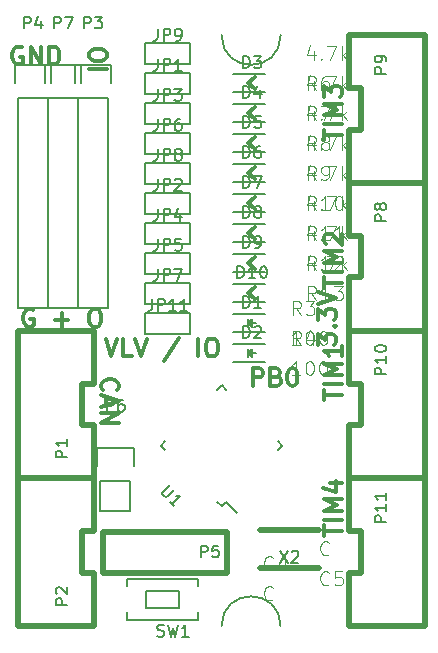
<source format=gbr>
G04 #@! TF.FileFunction,Legend,Top*
%FSLAX46Y46*%
G04 Gerber Fmt 4.6, Leading zero omitted, Abs format (unit mm)*
G04 Created by KiCad (PCBNEW 4.0.4-stable) date 11/06/16 21:46:29*
%MOMM*%
%LPD*%
G01*
G04 APERTURE LIST*
%ADD10C,0.100000*%
%ADD11C,0.300000*%
%ADD12C,0.200000*%
%ADD13C,0.500000*%
%ADD14C,0.150000*%
%ADD15C,0.101600*%
G04 APERTURE END LIST*
D10*
D11*
X26178571Y-42357143D02*
X26178571Y-41500000D01*
X27678571Y-41928571D02*
X26178571Y-41928571D01*
X27678571Y-41000000D02*
X26178571Y-41000000D01*
X27678571Y-40285714D02*
X26178571Y-40285714D01*
X27250000Y-39785714D01*
X26178571Y-39285714D01*
X27678571Y-39285714D01*
X26678571Y-37928571D02*
X27678571Y-37928571D01*
X26107143Y-38285714D02*
X27178571Y-38642857D01*
X27178571Y-37714285D01*
X26178571Y-30857143D02*
X26178571Y-30000000D01*
X27678571Y-30428571D02*
X26178571Y-30428571D01*
X27678571Y-29500000D02*
X26178571Y-29500000D01*
X27678571Y-28785714D02*
X26178571Y-28785714D01*
X27250000Y-28285714D01*
X26178571Y-27785714D01*
X27678571Y-27785714D01*
X27678571Y-26285714D02*
X27678571Y-27142857D01*
X27678571Y-26714285D02*
X26178571Y-26714285D01*
X26392857Y-26857142D01*
X26535714Y-27000000D01*
X26607143Y-27142857D01*
X26178571Y-21357143D02*
X26178571Y-20500000D01*
X27678571Y-20928571D02*
X26178571Y-20928571D01*
X27678571Y-20000000D02*
X26178571Y-20000000D01*
X27678571Y-19285714D02*
X26178571Y-19285714D01*
X27250000Y-18785714D01*
X26178571Y-18285714D01*
X27678571Y-18285714D01*
X26321429Y-17642857D02*
X26250000Y-17571428D01*
X26178571Y-17428571D01*
X26178571Y-17071428D01*
X26250000Y-16928571D01*
X26321429Y-16857142D01*
X26464286Y-16785714D01*
X26607143Y-16785714D01*
X26821429Y-16857142D01*
X27678571Y-17714285D01*
X27678571Y-16785714D01*
X26178571Y-8857143D02*
X26178571Y-8000000D01*
X27678571Y-8428571D02*
X26178571Y-8428571D01*
X27678571Y-7500000D02*
X26178571Y-7500000D01*
X27678571Y-6785714D02*
X26178571Y-6785714D01*
X27250000Y-6285714D01*
X26178571Y-5785714D01*
X27678571Y-5785714D01*
X26178571Y-5214285D02*
X26178571Y-4285714D01*
X26750000Y-4785714D01*
X26750000Y-4571428D01*
X26821429Y-4428571D01*
X26892857Y-4357142D01*
X27035714Y-4285714D01*
X27392857Y-4285714D01*
X27535714Y-4357142D01*
X27607143Y-4428571D01*
X27678571Y-4571428D01*
X27678571Y-5000000D01*
X27607143Y-5142857D01*
X27535714Y-5214285D01*
X1535714Y-23250000D02*
X1392857Y-23178571D01*
X1178571Y-23178571D01*
X964286Y-23250000D01*
X821428Y-23392857D01*
X750000Y-23535714D01*
X678571Y-23821429D01*
X678571Y-24035714D01*
X750000Y-24321429D01*
X821428Y-24464286D01*
X964286Y-24607143D01*
X1178571Y-24678571D01*
X1321428Y-24678571D01*
X1535714Y-24607143D01*
X1607143Y-24535714D01*
X1607143Y-24035714D01*
X1321428Y-24035714D01*
X3392857Y-24107143D02*
X4535714Y-24107143D01*
X3964285Y-24678571D02*
X3964285Y-23535714D01*
X6678571Y-23178571D02*
X6964285Y-23178571D01*
X7107143Y-23250000D01*
X7250000Y-23392857D01*
X7321428Y-23678571D01*
X7321428Y-24178571D01*
X7250000Y-24464286D01*
X7107143Y-24607143D01*
X6964285Y-24678571D01*
X6678571Y-24678571D01*
X6535714Y-24607143D01*
X6392857Y-24464286D01*
X6321428Y-24178571D01*
X6321428Y-23678571D01*
X6392857Y-23392857D01*
X6535714Y-23250000D01*
X6678571Y-23178571D01*
X7464286Y-30035715D02*
X7392857Y-29964286D01*
X7321429Y-29750000D01*
X7321429Y-29607143D01*
X7392857Y-29392858D01*
X7535714Y-29250000D01*
X7678571Y-29178572D01*
X7964286Y-29107143D01*
X8178571Y-29107143D01*
X8464286Y-29178572D01*
X8607143Y-29250000D01*
X8750000Y-29392858D01*
X8821429Y-29607143D01*
X8821429Y-29750000D01*
X8750000Y-29964286D01*
X8678571Y-30035715D01*
X7750000Y-30607143D02*
X7750000Y-31321429D01*
X7321429Y-30464286D02*
X8821429Y-30964286D01*
X7321429Y-31464286D01*
X7321429Y-31964286D02*
X8821429Y-31964286D01*
X7321429Y-32821429D01*
X8821429Y-32821429D01*
X20142858Y-29678571D02*
X20142858Y-28178571D01*
X20714286Y-28178571D01*
X20857144Y-28250000D01*
X20928572Y-28321429D01*
X21000001Y-28464286D01*
X21000001Y-28678571D01*
X20928572Y-28821429D01*
X20857144Y-28892857D01*
X20714286Y-28964286D01*
X20142858Y-28964286D01*
X22142858Y-28892857D02*
X22357144Y-28964286D01*
X22428572Y-29035714D01*
X22500001Y-29178571D01*
X22500001Y-29392857D01*
X22428572Y-29535714D01*
X22357144Y-29607143D01*
X22214286Y-29678571D01*
X21642858Y-29678571D01*
X21642858Y-28178571D01*
X22142858Y-28178571D01*
X22285715Y-28250000D01*
X22357144Y-28321429D01*
X22428572Y-28464286D01*
X22428572Y-28607143D01*
X22357144Y-28750000D01*
X22285715Y-28821429D01*
X22142858Y-28892857D01*
X21642858Y-28892857D01*
X23428572Y-28178571D02*
X23571429Y-28178571D01*
X23714286Y-28250000D01*
X23785715Y-28321429D01*
X23857144Y-28464286D01*
X23928572Y-28750000D01*
X23928572Y-29107143D01*
X23857144Y-29392857D01*
X23785715Y-29535714D01*
X23714286Y-29607143D01*
X23571429Y-29678571D01*
X23428572Y-29678571D01*
X23285715Y-29607143D01*
X23214286Y-29535714D01*
X23142858Y-29392857D01*
X23071429Y-29107143D01*
X23071429Y-28750000D01*
X23142858Y-28464286D01*
X23214286Y-28321429D01*
X23285715Y-28250000D01*
X23428572Y-28178571D01*
X25678571Y-26214285D02*
X25678571Y-25285714D01*
X26250000Y-25785714D01*
X26250000Y-25571428D01*
X26321429Y-25428571D01*
X26392857Y-25357142D01*
X26535714Y-25285714D01*
X26892857Y-25285714D01*
X27035714Y-25357142D01*
X27107143Y-25428571D01*
X27178571Y-25571428D01*
X27178571Y-26000000D01*
X27107143Y-26142857D01*
X27035714Y-26214285D01*
X27035714Y-24642857D02*
X27107143Y-24571429D01*
X27178571Y-24642857D01*
X27107143Y-24714286D01*
X27035714Y-24642857D01*
X27178571Y-24642857D01*
X25678571Y-24071428D02*
X25678571Y-23142857D01*
X26250000Y-23642857D01*
X26250000Y-23428571D01*
X26321429Y-23285714D01*
X26392857Y-23214285D01*
X26535714Y-23142857D01*
X26892857Y-23142857D01*
X27035714Y-23214285D01*
X27107143Y-23285714D01*
X27178571Y-23428571D01*
X27178571Y-23857143D01*
X27107143Y-24000000D01*
X27035714Y-24071428D01*
X25678571Y-22714286D02*
X27178571Y-22214286D01*
X25678571Y-21714286D01*
X7678571Y-25678571D02*
X8178571Y-27178571D01*
X8678571Y-25678571D01*
X9892857Y-27178571D02*
X9178571Y-27178571D01*
X9178571Y-25678571D01*
X10178571Y-25678571D02*
X10678571Y-27178571D01*
X11178571Y-25678571D01*
X13892856Y-25607143D02*
X12607142Y-27535714D01*
X15535714Y-27178571D02*
X15535714Y-25678571D01*
X16535714Y-25678571D02*
X16821428Y-25678571D01*
X16964286Y-25750000D01*
X17107143Y-25892857D01*
X17178571Y-26178571D01*
X17178571Y-26678571D01*
X17107143Y-26964286D01*
X16964286Y-27107143D01*
X16821428Y-27178571D01*
X16535714Y-27178571D01*
X16392857Y-27107143D01*
X16250000Y-26964286D01*
X16178571Y-26678571D01*
X16178571Y-26178571D01*
X16250000Y-25892857D01*
X16392857Y-25750000D01*
X16535714Y-25678571D01*
D12*
X17500000Y0D02*
G75*
G03X22500000Y0I2500000J0D01*
G01*
X22500000Y-50000000D02*
G75*
G03X17500000Y-50000000I-2500000J0D01*
G01*
D11*
X7790571Y-2817714D02*
X6290571Y-2817714D01*
X6290571Y-1817714D02*
X6290571Y-1532000D01*
X6362000Y-1389142D01*
X6504857Y-1246285D01*
X6790571Y-1174857D01*
X7290571Y-1174857D01*
X7576286Y-1246285D01*
X7719143Y-1389142D01*
X7790571Y-1532000D01*
X7790571Y-1817714D01*
X7719143Y-1960571D01*
X7576286Y-2103428D01*
X7290571Y-2174857D01*
X6790571Y-2174857D01*
X6504857Y-2103428D01*
X6362000Y-1960571D01*
X6290571Y-1817714D01*
X635143Y-1028000D02*
X492286Y-956571D01*
X278000Y-956571D01*
X63715Y-1028000D01*
X-79143Y-1170857D01*
X-150571Y-1313714D01*
X-222000Y-1599429D01*
X-222000Y-1813714D01*
X-150571Y-2099429D01*
X-79143Y-2242286D01*
X63715Y-2385143D01*
X278000Y-2456571D01*
X420857Y-2456571D01*
X635143Y-2385143D01*
X706572Y-2313714D01*
X706572Y-1813714D01*
X420857Y-1813714D01*
X1349429Y-2456571D02*
X1349429Y-956571D01*
X2206572Y-2456571D01*
X2206572Y-956571D01*
X2920858Y-2456571D02*
X2920858Y-956571D01*
X3278001Y-956571D01*
X3492286Y-1028000D01*
X3635144Y-1170857D01*
X3706572Y-1313714D01*
X3778001Y-1599429D01*
X3778001Y-1813714D01*
X3706572Y-2099429D01*
X3635144Y-2242286D01*
X3492286Y-2385143D01*
X3278001Y-2456571D01*
X2920858Y-2456571D01*
D13*
X28300000Y-25000000D02*
X28300000Y-29500000D01*
X28300000Y-29500000D02*
X29300000Y-29500000D01*
X29300000Y-29500000D02*
X29300000Y-33000000D01*
X29300000Y-33000000D02*
X28300000Y-33000000D01*
X28300000Y-33000000D02*
X28300000Y-37500000D01*
X34700000Y-37500000D02*
X34700000Y-25000000D01*
X28300000Y-37500000D02*
X34700000Y-37500000D01*
X34700000Y-25000000D02*
X28300000Y-25000000D01*
X6700000Y-50000000D02*
X6700000Y-45500000D01*
X6700000Y-45500000D02*
X5700000Y-45500000D01*
X5700000Y-45500000D02*
X5700000Y-42000000D01*
X5700000Y-42000000D02*
X6700000Y-42000000D01*
X6700000Y-42000000D02*
X6700000Y-37500000D01*
X300000Y-37500000D02*
X300000Y-50000000D01*
X6700000Y-37500000D02*
X300000Y-37500000D01*
X300000Y-50000000D02*
X6700000Y-50000000D01*
D14*
X18466000Y-25134000D02*
X21166000Y-25134000D01*
X18466000Y-23634000D02*
X21166000Y-23634000D01*
X19966000Y-24534000D02*
X19966000Y-24284000D01*
X19966000Y-24284000D02*
X19816000Y-24434000D01*
X19716000Y-24034000D02*
X19716000Y-24734000D01*
X20066000Y-24384000D02*
X20416000Y-24384000D01*
X19716000Y-24384000D02*
X20066000Y-24034000D01*
X20066000Y-24034000D02*
X20066000Y-24734000D01*
X20066000Y-24734000D02*
X19716000Y-24384000D01*
X18466000Y-27674000D02*
X21166000Y-27674000D01*
X18466000Y-26174000D02*
X21166000Y-26174000D01*
X19966000Y-27074000D02*
X19966000Y-26824000D01*
X19966000Y-26824000D02*
X19816000Y-26974000D01*
X19716000Y-26574000D02*
X19716000Y-27274000D01*
X20066000Y-26924000D02*
X20416000Y-26924000D01*
X19716000Y-26924000D02*
X20066000Y-26574000D01*
X20066000Y-26574000D02*
X20066000Y-27274000D01*
X20066000Y-27274000D02*
X19716000Y-26924000D01*
X13900000Y-48450000D02*
X11100000Y-48450000D01*
X11100000Y-48450000D02*
X11100000Y-47050000D01*
X11100000Y-47050000D02*
X13900000Y-47050000D01*
X13900000Y-47050000D02*
X13900000Y-48450000D01*
X9500000Y-49500000D02*
X9500000Y-48850000D01*
X9500000Y-46000000D02*
X9500000Y-46650000D01*
X15500000Y-46650000D02*
X15500000Y-46000000D01*
X15500000Y-49500000D02*
X15500000Y-48850000D01*
X9500000Y-49500000D02*
X15500000Y-49500000D01*
X15500000Y-46000000D02*
X9500000Y-46000000D01*
X17500000Y-39876524D02*
X17871231Y-39505293D01*
X12373476Y-34750000D02*
X12744707Y-34378769D01*
X17500000Y-29623476D02*
X17128769Y-29994707D01*
X22626524Y-34750000D02*
X22255293Y-35121231D01*
X17500000Y-39876524D02*
X17128769Y-39505293D01*
X22626524Y-34750000D02*
X22255293Y-34378769D01*
X17500000Y-29623476D02*
X17871231Y-29994707D01*
X12373476Y-34750000D02*
X12744707Y-35121231D01*
X17871231Y-39505293D02*
X18843503Y-40477565D01*
D13*
X20750000Y-45100000D02*
X25750000Y-45100000D01*
X25750000Y-41900000D02*
X20750000Y-41900000D01*
X7500000Y-42050000D02*
X7500000Y-45550000D01*
X18000000Y-42050000D02*
X7500000Y-42050000D01*
X18000000Y-45550000D02*
X7500000Y-45550000D01*
X18000000Y-45550000D02*
X18000000Y-42050000D01*
D14*
X9770000Y-37770000D02*
X9770000Y-40310000D01*
X10050000Y-34950000D02*
X10050000Y-36500000D01*
X9770000Y-37770000D02*
X7230000Y-37770000D01*
X6950000Y-36500000D02*
X6950000Y-34950000D01*
X6950000Y-34950000D02*
X10050000Y-34950000D01*
X7230000Y-37770000D02*
X7230000Y-40310000D01*
X7230000Y-40310000D02*
X9770000Y-40310000D01*
X11049000Y-4953000D02*
X14859000Y-4953000D01*
X14859000Y-4953000D02*
X14859000Y-3175000D01*
X14859000Y-3175000D02*
X11049000Y-3175000D01*
X11049000Y-4953000D02*
X11049000Y-3175000D01*
X11049000Y-15113000D02*
X14859000Y-15113000D01*
X14859000Y-15113000D02*
X14859000Y-13335000D01*
X14859000Y-13335000D02*
X11049000Y-13335000D01*
X11049000Y-15113000D02*
X11049000Y-13335000D01*
X11049000Y-7493000D02*
X14859000Y-7493000D01*
X14859000Y-7493000D02*
X14859000Y-5715000D01*
X14859000Y-5715000D02*
X11049000Y-5715000D01*
X11049000Y-7493000D02*
X11049000Y-5715000D01*
X11049000Y-17653000D02*
X14859000Y-17653000D01*
X14859000Y-17653000D02*
X14859000Y-15875000D01*
X14859000Y-15875000D02*
X11049000Y-15875000D01*
X11049000Y-17653000D02*
X11049000Y-15875000D01*
X11049000Y-20193000D02*
X14859000Y-20193000D01*
X14859000Y-20193000D02*
X14859000Y-18415000D01*
X14859000Y-18415000D02*
X11049000Y-18415000D01*
X11049000Y-20193000D02*
X11049000Y-18415000D01*
X11049000Y-10033000D02*
X14859000Y-10033000D01*
X14859000Y-10033000D02*
X14859000Y-8255000D01*
X14859000Y-8255000D02*
X11049000Y-8255000D01*
X11049000Y-10033000D02*
X11049000Y-8255000D01*
X11049000Y-22733000D02*
X14859000Y-22733000D01*
X14859000Y-22733000D02*
X14859000Y-20955000D01*
X14859000Y-20955000D02*
X11049000Y-20955000D01*
X11049000Y-22733000D02*
X11049000Y-20955000D01*
X11049000Y-12573000D02*
X14859000Y-12573000D01*
X14859000Y-12573000D02*
X14859000Y-10795000D01*
X14859000Y-10795000D02*
X11049000Y-10795000D01*
X11049000Y-12573000D02*
X11049000Y-10795000D01*
X11049000Y-2413000D02*
X14859000Y-2413000D01*
X14859000Y-2413000D02*
X14859000Y-635000D01*
X14859000Y-635000D02*
X11049000Y-635000D01*
X11049000Y-2413000D02*
X11049000Y-635000D01*
D13*
X6700000Y-37500000D02*
X6700000Y-33000000D01*
X6700000Y-33000000D02*
X5700000Y-33000000D01*
X5700000Y-33000000D02*
X5700000Y-29500000D01*
X5700000Y-29500000D02*
X6700000Y-29500000D01*
X6700000Y-29500000D02*
X6700000Y-25000000D01*
X300000Y-25000000D02*
X300000Y-37500000D01*
X6700000Y-25000000D02*
X300000Y-25000000D01*
X300000Y-37500000D02*
X6700000Y-37500000D01*
D14*
X5334000Y-5334000D02*
X5334000Y-23114000D01*
X5334000Y-23114000D02*
X2794000Y-23114000D01*
X2794000Y-23114000D02*
X2794000Y-5334000D01*
X5614000Y-2514000D02*
X5614000Y-4064000D01*
X5334000Y-5334000D02*
X2794000Y-5334000D01*
X2514000Y-4064000D02*
X2514000Y-2514000D01*
X2514000Y-2514000D02*
X5614000Y-2514000D01*
D13*
X28300000Y-12500000D02*
X28300000Y-17000000D01*
X28300000Y-17000000D02*
X29300000Y-17000000D01*
X29300000Y-17000000D02*
X29300000Y-20500000D01*
X29300000Y-20500000D02*
X28300000Y-20500000D01*
X28300000Y-20500000D02*
X28300000Y-25000000D01*
X34700000Y-25000000D02*
X34700000Y-12500000D01*
X28300000Y-25000000D02*
X34700000Y-25000000D01*
X34700000Y-12500000D02*
X28300000Y-12500000D01*
X28300000Y0D02*
X28300000Y-4500000D01*
X28300000Y-4500000D02*
X29300000Y-4500000D01*
X29300000Y-4500000D02*
X29300000Y-8000000D01*
X29300000Y-8000000D02*
X28300000Y-8000000D01*
X28300000Y-8000000D02*
X28300000Y-12500000D01*
X34700000Y-12500000D02*
X34700000Y0D01*
X28300000Y-12500000D02*
X34700000Y-12500000D01*
X34700000Y0D02*
X28300000Y0D01*
X28300000Y-37500000D02*
X28300000Y-42000000D01*
X28300000Y-42000000D02*
X29300000Y-42000000D01*
X29300000Y-42000000D02*
X29300000Y-45500000D01*
X29300000Y-45500000D02*
X28300000Y-45500000D01*
X28300000Y-45500000D02*
X28300000Y-50000000D01*
X34700000Y-50000000D02*
X34700000Y-37500000D01*
X28300000Y-50000000D02*
X34700000Y-50000000D01*
X34700000Y-37500000D02*
X28300000Y-37500000D01*
D14*
X7874000Y-5334000D02*
X7874000Y-23114000D01*
X7874000Y-23114000D02*
X5334000Y-23114000D01*
X5334000Y-23114000D02*
X5334000Y-5334000D01*
X8154000Y-2514000D02*
X8154000Y-4064000D01*
X7874000Y-5334000D02*
X5334000Y-5334000D01*
X5054000Y-4064000D02*
X5054000Y-2514000D01*
X5054000Y-2514000D02*
X8154000Y-2514000D01*
X2794000Y-5334000D02*
X2794000Y-23114000D01*
X2794000Y-23114000D02*
X254000Y-23114000D01*
X254000Y-23114000D02*
X254000Y-5334000D01*
X3074000Y-2514000D02*
X3074000Y-4064000D01*
X2794000Y-5334000D02*
X254000Y-5334000D01*
X-26000Y-4064000D02*
X-26000Y-2514000D01*
X-26000Y-2514000D02*
X3074000Y-2514000D01*
D11*
X19766000Y-4064000D02*
X20366000Y-4564000D01*
X19766000Y-4064000D02*
X20366000Y-3564000D01*
D14*
X18466000Y-4814000D02*
X21166000Y-4814000D01*
X18466000Y-3314000D02*
X21166000Y-3314000D01*
D11*
X19766000Y-6604000D02*
X20366000Y-7104000D01*
X19766000Y-6604000D02*
X20366000Y-6104000D01*
D14*
X18466000Y-7354000D02*
X21166000Y-7354000D01*
X18466000Y-5854000D02*
X21166000Y-5854000D01*
D11*
X19766000Y-9144000D02*
X20366000Y-9644000D01*
X19766000Y-9144000D02*
X20366000Y-8644000D01*
D14*
X18466000Y-9894000D02*
X21166000Y-9894000D01*
X18466000Y-8394000D02*
X21166000Y-8394000D01*
D11*
X19766000Y-11684000D02*
X20366000Y-12184000D01*
X19766000Y-11684000D02*
X20366000Y-11184000D01*
D14*
X18466000Y-12434000D02*
X21166000Y-12434000D01*
X18466000Y-10934000D02*
X21166000Y-10934000D01*
D11*
X19766000Y-14224000D02*
X20366000Y-14724000D01*
X19766000Y-14224000D02*
X20366000Y-13724000D01*
D14*
X18466000Y-14974000D02*
X21166000Y-14974000D01*
X18466000Y-13474000D02*
X21166000Y-13474000D01*
D11*
X19766000Y-16764000D02*
X20366000Y-17264000D01*
X19766000Y-16764000D02*
X20366000Y-16264000D01*
D14*
X18466000Y-17514000D02*
X21166000Y-17514000D01*
X18466000Y-16014000D02*
X21166000Y-16014000D01*
D11*
X19766000Y-19304000D02*
X20366000Y-19804000D01*
X19766000Y-19304000D02*
X20366000Y-18804000D01*
D14*
X18466000Y-20054000D02*
X21166000Y-20054000D01*
X18466000Y-18554000D02*
X21166000Y-18554000D01*
D11*
X19766000Y-21844000D02*
X20366000Y-22344000D01*
X19766000Y-21844000D02*
X20366000Y-21344000D01*
D14*
X18466000Y-22594000D02*
X21166000Y-22594000D01*
X18466000Y-21094000D02*
X21166000Y-21094000D01*
X11049000Y-25273000D02*
X14859000Y-25273000D01*
X14859000Y-25273000D02*
X14859000Y-23495000D01*
X14859000Y-23495000D02*
X11049000Y-23495000D01*
X11049000Y-25273000D02*
X11049000Y-23495000D01*
X31452381Y-28714286D02*
X30452381Y-28714286D01*
X30452381Y-28333333D01*
X30500000Y-28238095D01*
X30547619Y-28190476D01*
X30642857Y-28142857D01*
X30785714Y-28142857D01*
X30880952Y-28190476D01*
X30928571Y-28238095D01*
X30976190Y-28333333D01*
X30976190Y-28714286D01*
X31452381Y-27190476D02*
X31452381Y-27761905D01*
X31452381Y-27476191D02*
X30452381Y-27476191D01*
X30595238Y-27571429D01*
X30690476Y-27666667D01*
X30738095Y-27761905D01*
X30452381Y-26571429D02*
X30452381Y-26476190D01*
X30500000Y-26380952D01*
X30547619Y-26333333D01*
X30642857Y-26285714D01*
X30833333Y-26238095D01*
X31071429Y-26238095D01*
X31261905Y-26285714D01*
X31357143Y-26333333D01*
X31404762Y-26380952D01*
X31452381Y-26476190D01*
X31452381Y-26571429D01*
X31404762Y-26666667D01*
X31357143Y-26714286D01*
X31261905Y-26761905D01*
X31071429Y-26809524D01*
X30833333Y-26809524D01*
X30642857Y-26761905D01*
X30547619Y-26714286D01*
X30500000Y-26666667D01*
X30452381Y-26571429D01*
X4452381Y-48238095D02*
X3452381Y-48238095D01*
X3452381Y-47857142D01*
X3500000Y-47761904D01*
X3547619Y-47714285D01*
X3642857Y-47666666D01*
X3785714Y-47666666D01*
X3880952Y-47714285D01*
X3928571Y-47761904D01*
X3976190Y-47857142D01*
X3976190Y-48238095D01*
X3547619Y-47285714D02*
X3500000Y-47238095D01*
X3452381Y-47142857D01*
X3452381Y-46904761D01*
X3500000Y-46809523D01*
X3547619Y-46761904D01*
X3642857Y-46714285D01*
X3738095Y-46714285D01*
X3880952Y-46761904D01*
X4452381Y-47333333D01*
X4452381Y-46714285D01*
D15*
X21841690Y-45192643D02*
X21784238Y-45250095D01*
X21611881Y-45307548D01*
X21496976Y-45307548D01*
X21324619Y-45250095D01*
X21209714Y-45135190D01*
X21152262Y-45020286D01*
X21094810Y-44790476D01*
X21094810Y-44618119D01*
X21152262Y-44388310D01*
X21209714Y-44273405D01*
X21324619Y-44158500D01*
X21496976Y-44101048D01*
X21611881Y-44101048D01*
X21784238Y-44158500D01*
X21841690Y-44215952D01*
X22875833Y-44503214D02*
X22875833Y-45307548D01*
X22588571Y-44043595D02*
X22301310Y-44905381D01*
X23048190Y-44905381D01*
X21841690Y-47732643D02*
X21784238Y-47790095D01*
X21611881Y-47847548D01*
X21496976Y-47847548D01*
X21324619Y-47790095D01*
X21209714Y-47675190D01*
X21152262Y-47560286D01*
X21094810Y-47330476D01*
X21094810Y-47158119D01*
X21152262Y-46928310D01*
X21209714Y-46813405D01*
X21324619Y-46698500D01*
X21496976Y-46641048D01*
X21611881Y-46641048D01*
X21784238Y-46698500D01*
X21841690Y-46755952D01*
X26611690Y-46462643D02*
X26554238Y-46520095D01*
X26381881Y-46577548D01*
X26266976Y-46577548D01*
X26094619Y-46520095D01*
X25979714Y-46405190D01*
X25922262Y-46290286D01*
X25864810Y-46060476D01*
X25864810Y-45888119D01*
X25922262Y-45658310D01*
X25979714Y-45543405D01*
X26094619Y-45428500D01*
X26266976Y-45371048D01*
X26381881Y-45371048D01*
X26554238Y-45428500D01*
X26611690Y-45485952D01*
X27703286Y-45371048D02*
X27128762Y-45371048D01*
X27071310Y-45945571D01*
X27128762Y-45888119D01*
X27243667Y-45830667D01*
X27530929Y-45830667D01*
X27645833Y-45888119D01*
X27703286Y-45945571D01*
X27760738Y-46060476D01*
X27760738Y-46347738D01*
X27703286Y-46462643D01*
X27645833Y-46520095D01*
X27530929Y-46577548D01*
X27243667Y-46577548D01*
X27128762Y-46520095D01*
X27071310Y-46462643D01*
X26611690Y-43922643D02*
X26554238Y-43980095D01*
X26381881Y-44037548D01*
X26266976Y-44037548D01*
X26094619Y-43980095D01*
X25979714Y-43865190D01*
X25922262Y-43750286D01*
X25864810Y-43520476D01*
X25864810Y-43348119D01*
X25922262Y-43118310D01*
X25979714Y-43003405D01*
X26094619Y-42888500D01*
X26266976Y-42831048D01*
X26381881Y-42831048D01*
X26554238Y-42888500D01*
X26611690Y-42945952D01*
D14*
X19327905Y-23086381D02*
X19327905Y-22086381D01*
X19566000Y-22086381D01*
X19708858Y-22134000D01*
X19804096Y-22229238D01*
X19851715Y-22324476D01*
X19899334Y-22514952D01*
X19899334Y-22657810D01*
X19851715Y-22848286D01*
X19804096Y-22943524D01*
X19708858Y-23038762D01*
X19566000Y-23086381D01*
X19327905Y-23086381D01*
X20851715Y-23086381D02*
X20280286Y-23086381D01*
X20566000Y-23086381D02*
X20566000Y-22086381D01*
X20470762Y-22229238D01*
X20375524Y-22324476D01*
X20280286Y-22372095D01*
X19327905Y-25626381D02*
X19327905Y-24626381D01*
X19566000Y-24626381D01*
X19708858Y-24674000D01*
X19804096Y-24769238D01*
X19851715Y-24864476D01*
X19899334Y-25054952D01*
X19899334Y-25197810D01*
X19851715Y-25388286D01*
X19804096Y-25483524D01*
X19708858Y-25578762D01*
X19566000Y-25626381D01*
X19327905Y-25626381D01*
X20280286Y-24721619D02*
X20327905Y-24674000D01*
X20423143Y-24626381D01*
X20661239Y-24626381D01*
X20756477Y-24674000D01*
X20804096Y-24721619D01*
X20851715Y-24816857D01*
X20851715Y-24912095D01*
X20804096Y-25054952D01*
X20232667Y-25626381D01*
X20851715Y-25626381D01*
D15*
X24217690Y-23691548D02*
X23815524Y-23117024D01*
X23528262Y-23691548D02*
X23528262Y-22485048D01*
X23987881Y-22485048D01*
X24102786Y-22542500D01*
X24160238Y-22599952D01*
X24217690Y-22714857D01*
X24217690Y-22887214D01*
X24160238Y-23002119D01*
X24102786Y-23059571D01*
X23987881Y-23117024D01*
X23528262Y-23117024D01*
X24619857Y-22485048D02*
X25366738Y-22485048D01*
X24964571Y-22944667D01*
X25136929Y-22944667D01*
X25251833Y-23002119D01*
X25309286Y-23059571D01*
X25366738Y-23174476D01*
X25366738Y-23461738D01*
X25309286Y-23576643D01*
X25251833Y-23634095D01*
X25136929Y-23691548D01*
X24792214Y-23691548D01*
X24677310Y-23634095D01*
X24619857Y-23576643D01*
X24160238Y-26231548D02*
X23470810Y-26231548D01*
X23815524Y-26231548D02*
X23815524Y-25025048D01*
X23700619Y-25197405D01*
X23585714Y-25312310D01*
X23470810Y-25369762D01*
X24907119Y-25025048D02*
X25022024Y-25025048D01*
X25136929Y-25082500D01*
X25194381Y-25139952D01*
X25251834Y-25254857D01*
X25309286Y-25484667D01*
X25309286Y-25771929D01*
X25251834Y-26001738D01*
X25194381Y-26116643D01*
X25136929Y-26174095D01*
X25022024Y-26231548D01*
X24907119Y-26231548D01*
X24792215Y-26174095D01*
X24734762Y-26116643D01*
X24677310Y-26001738D01*
X24619858Y-25771929D01*
X24619858Y-25484667D01*
X24677310Y-25254857D01*
X24734762Y-25139952D01*
X24792215Y-25082500D01*
X24907119Y-25025048D01*
X26056167Y-25025048D02*
X26171072Y-25025048D01*
X26285977Y-25082500D01*
X26343429Y-25139952D01*
X26400882Y-25254857D01*
X26458334Y-25484667D01*
X26458334Y-25771929D01*
X26400882Y-26001738D01*
X26343429Y-26116643D01*
X26285977Y-26174095D01*
X26171072Y-26231548D01*
X26056167Y-26231548D01*
X25941263Y-26174095D01*
X25883810Y-26116643D01*
X25826358Y-26001738D01*
X25768906Y-25771929D01*
X25768906Y-25484667D01*
X25826358Y-25254857D01*
X25883810Y-25139952D01*
X25941263Y-25082500D01*
X26056167Y-25025048D01*
X24217690Y-26231548D02*
X23815524Y-25657024D01*
X23528262Y-26231548D02*
X23528262Y-25025048D01*
X23987881Y-25025048D01*
X24102786Y-25082500D01*
X24160238Y-25139952D01*
X24217690Y-25254857D01*
X24217690Y-25427214D01*
X24160238Y-25542119D01*
X24102786Y-25599571D01*
X23987881Y-25657024D01*
X23528262Y-25657024D01*
X25251833Y-25427214D02*
X25251833Y-26231548D01*
X24964571Y-24967595D02*
X24677310Y-25829381D01*
X25424190Y-25829381D01*
X24160238Y-28771548D02*
X23470810Y-28771548D01*
X23815524Y-28771548D02*
X23815524Y-27565048D01*
X23700619Y-27737405D01*
X23585714Y-27852310D01*
X23470810Y-27909762D01*
X24907119Y-27565048D02*
X25022024Y-27565048D01*
X25136929Y-27622500D01*
X25194381Y-27679952D01*
X25251834Y-27794857D01*
X25309286Y-28024667D01*
X25309286Y-28311929D01*
X25251834Y-28541738D01*
X25194381Y-28656643D01*
X25136929Y-28714095D01*
X25022024Y-28771548D01*
X24907119Y-28771548D01*
X24792215Y-28714095D01*
X24734762Y-28656643D01*
X24677310Y-28541738D01*
X24619858Y-28311929D01*
X24619858Y-28024667D01*
X24677310Y-27794857D01*
X24734762Y-27679952D01*
X24792215Y-27622500D01*
X24907119Y-27565048D01*
X26056167Y-27565048D02*
X26171072Y-27565048D01*
X26285977Y-27622500D01*
X26343429Y-27679952D01*
X26400882Y-27794857D01*
X26458334Y-28024667D01*
X26458334Y-28311929D01*
X26400882Y-28541738D01*
X26343429Y-28656643D01*
X26285977Y-28714095D01*
X26171072Y-28771548D01*
X26056167Y-28771548D01*
X25941263Y-28714095D01*
X25883810Y-28656643D01*
X25826358Y-28541738D01*
X25768906Y-28311929D01*
X25768906Y-28024667D01*
X25826358Y-27794857D01*
X25883810Y-27679952D01*
X25941263Y-27622500D01*
X26056167Y-27565048D01*
D14*
X12066667Y-50854762D02*
X12209524Y-50902381D01*
X12447620Y-50902381D01*
X12542858Y-50854762D01*
X12590477Y-50807143D01*
X12638096Y-50711905D01*
X12638096Y-50616667D01*
X12590477Y-50521429D01*
X12542858Y-50473810D01*
X12447620Y-50426190D01*
X12257143Y-50378571D01*
X12161905Y-50330952D01*
X12114286Y-50283333D01*
X12066667Y-50188095D01*
X12066667Y-50092857D01*
X12114286Y-49997619D01*
X12161905Y-49950000D01*
X12257143Y-49902381D01*
X12495239Y-49902381D01*
X12638096Y-49950000D01*
X12971429Y-49902381D02*
X13209524Y-50902381D01*
X13400001Y-50188095D01*
X13590477Y-50902381D01*
X13828572Y-49902381D01*
X14733334Y-50902381D02*
X14161905Y-50902381D01*
X14447619Y-50902381D02*
X14447619Y-49902381D01*
X14352381Y-50045238D01*
X14257143Y-50140476D01*
X14161905Y-50188095D01*
X13105836Y-38066668D02*
X12533416Y-38639088D01*
X12499744Y-38740103D01*
X12499744Y-38807446D01*
X12533416Y-38908461D01*
X12668104Y-39043149D01*
X12769119Y-39076821D01*
X12836462Y-39076821D01*
X12937477Y-39043149D01*
X13509897Y-38470729D01*
X13509897Y-39884943D02*
X13105836Y-39480881D01*
X13307866Y-39682912D02*
X14014973Y-38975805D01*
X13846614Y-39009477D01*
X13711928Y-39009477D01*
X13610912Y-38975805D01*
X22440476Y-43652381D02*
X23107143Y-44652381D01*
X23107143Y-43652381D02*
X22440476Y-44652381D01*
X23440476Y-43747619D02*
X23488095Y-43700000D01*
X23583333Y-43652381D01*
X23821429Y-43652381D01*
X23916667Y-43700000D01*
X23964286Y-43747619D01*
X24011905Y-43842857D01*
X24011905Y-43938095D01*
X23964286Y-44080952D01*
X23392857Y-44652381D01*
X24011905Y-44652381D01*
X15761905Y-44202381D02*
X15761905Y-43202381D01*
X16142858Y-43202381D01*
X16238096Y-43250000D01*
X16285715Y-43297619D01*
X16333334Y-43392857D01*
X16333334Y-43535714D01*
X16285715Y-43630952D01*
X16238096Y-43678571D01*
X16142858Y-43726190D01*
X15761905Y-43726190D01*
X17238096Y-43202381D02*
X16761905Y-43202381D01*
X16714286Y-43678571D01*
X16761905Y-43630952D01*
X16857143Y-43583333D01*
X17095239Y-43583333D01*
X17190477Y-43630952D01*
X17238096Y-43678571D01*
X17285715Y-43773810D01*
X17285715Y-44011905D01*
X17238096Y-44107143D01*
X17190477Y-44154762D01*
X17095239Y-44202381D01*
X16857143Y-44202381D01*
X16761905Y-44154762D01*
X16714286Y-44107143D01*
X7761905Y-31852381D02*
X7761905Y-30852381D01*
X8142858Y-30852381D01*
X8238096Y-30900000D01*
X8285715Y-30947619D01*
X8333334Y-31042857D01*
X8333334Y-31185714D01*
X8285715Y-31280952D01*
X8238096Y-31328571D01*
X8142858Y-31376190D01*
X7761905Y-31376190D01*
X9190477Y-30852381D02*
X9000000Y-30852381D01*
X8904762Y-30900000D01*
X8857143Y-30947619D01*
X8761905Y-31090476D01*
X8714286Y-31280952D01*
X8714286Y-31661905D01*
X8761905Y-31757143D01*
X8809524Y-31804762D01*
X8904762Y-31852381D01*
X9095239Y-31852381D01*
X9190477Y-31804762D01*
X9238096Y-31757143D01*
X9285715Y-31661905D01*
X9285715Y-31423810D01*
X9238096Y-31328571D01*
X9190477Y-31280952D01*
X9095239Y-31233333D01*
X8904762Y-31233333D01*
X8809524Y-31280952D01*
X8761905Y-31328571D01*
X8714286Y-31423810D01*
X12120667Y-1992381D02*
X12120667Y-2706667D01*
X12073047Y-2849524D01*
X11977809Y-2944762D01*
X11834952Y-2992381D01*
X11739714Y-2992381D01*
X12596857Y-2992381D02*
X12596857Y-1992381D01*
X12977810Y-1992381D01*
X13073048Y-2040000D01*
X13120667Y-2087619D01*
X13168286Y-2182857D01*
X13168286Y-2325714D01*
X13120667Y-2420952D01*
X13073048Y-2468571D01*
X12977810Y-2516190D01*
X12596857Y-2516190D01*
X14120667Y-2992381D02*
X13549238Y-2992381D01*
X13834952Y-2992381D02*
X13834952Y-1992381D01*
X13739714Y-2135238D01*
X13644476Y-2230476D01*
X13549238Y-2278095D01*
X12120667Y-12152381D02*
X12120667Y-12866667D01*
X12073047Y-13009524D01*
X11977809Y-13104762D01*
X11834952Y-13152381D01*
X11739714Y-13152381D01*
X12596857Y-13152381D02*
X12596857Y-12152381D01*
X12977810Y-12152381D01*
X13073048Y-12200000D01*
X13120667Y-12247619D01*
X13168286Y-12342857D01*
X13168286Y-12485714D01*
X13120667Y-12580952D01*
X13073048Y-12628571D01*
X12977810Y-12676190D01*
X12596857Y-12676190D01*
X13549238Y-12247619D02*
X13596857Y-12200000D01*
X13692095Y-12152381D01*
X13930191Y-12152381D01*
X14025429Y-12200000D01*
X14073048Y-12247619D01*
X14120667Y-12342857D01*
X14120667Y-12438095D01*
X14073048Y-12580952D01*
X13501619Y-13152381D01*
X14120667Y-13152381D01*
X12120667Y-4532381D02*
X12120667Y-5246667D01*
X12073047Y-5389524D01*
X11977809Y-5484762D01*
X11834952Y-5532381D01*
X11739714Y-5532381D01*
X12596857Y-5532381D02*
X12596857Y-4532381D01*
X12977810Y-4532381D01*
X13073048Y-4580000D01*
X13120667Y-4627619D01*
X13168286Y-4722857D01*
X13168286Y-4865714D01*
X13120667Y-4960952D01*
X13073048Y-5008571D01*
X12977810Y-5056190D01*
X12596857Y-5056190D01*
X13501619Y-4532381D02*
X14120667Y-4532381D01*
X13787333Y-4913333D01*
X13930191Y-4913333D01*
X14025429Y-4960952D01*
X14073048Y-5008571D01*
X14120667Y-5103810D01*
X14120667Y-5341905D01*
X14073048Y-5437143D01*
X14025429Y-5484762D01*
X13930191Y-5532381D01*
X13644476Y-5532381D01*
X13549238Y-5484762D01*
X13501619Y-5437143D01*
X12120667Y-14692381D02*
X12120667Y-15406667D01*
X12073047Y-15549524D01*
X11977809Y-15644762D01*
X11834952Y-15692381D01*
X11739714Y-15692381D01*
X12596857Y-15692381D02*
X12596857Y-14692381D01*
X12977810Y-14692381D01*
X13073048Y-14740000D01*
X13120667Y-14787619D01*
X13168286Y-14882857D01*
X13168286Y-15025714D01*
X13120667Y-15120952D01*
X13073048Y-15168571D01*
X12977810Y-15216190D01*
X12596857Y-15216190D01*
X14025429Y-15025714D02*
X14025429Y-15692381D01*
X13787333Y-14644762D02*
X13549238Y-15359048D01*
X14168286Y-15359048D01*
X12120667Y-17232381D02*
X12120667Y-17946667D01*
X12073047Y-18089524D01*
X11977809Y-18184762D01*
X11834952Y-18232381D01*
X11739714Y-18232381D01*
X12596857Y-18232381D02*
X12596857Y-17232381D01*
X12977810Y-17232381D01*
X13073048Y-17280000D01*
X13120667Y-17327619D01*
X13168286Y-17422857D01*
X13168286Y-17565714D01*
X13120667Y-17660952D01*
X13073048Y-17708571D01*
X12977810Y-17756190D01*
X12596857Y-17756190D01*
X14073048Y-17232381D02*
X13596857Y-17232381D01*
X13549238Y-17708571D01*
X13596857Y-17660952D01*
X13692095Y-17613333D01*
X13930191Y-17613333D01*
X14025429Y-17660952D01*
X14073048Y-17708571D01*
X14120667Y-17803810D01*
X14120667Y-18041905D01*
X14073048Y-18137143D01*
X14025429Y-18184762D01*
X13930191Y-18232381D01*
X13692095Y-18232381D01*
X13596857Y-18184762D01*
X13549238Y-18137143D01*
X12120667Y-7072381D02*
X12120667Y-7786667D01*
X12073047Y-7929524D01*
X11977809Y-8024762D01*
X11834952Y-8072381D01*
X11739714Y-8072381D01*
X12596857Y-8072381D02*
X12596857Y-7072381D01*
X12977810Y-7072381D01*
X13073048Y-7120000D01*
X13120667Y-7167619D01*
X13168286Y-7262857D01*
X13168286Y-7405714D01*
X13120667Y-7500952D01*
X13073048Y-7548571D01*
X12977810Y-7596190D01*
X12596857Y-7596190D01*
X14025429Y-7072381D02*
X13834952Y-7072381D01*
X13739714Y-7120000D01*
X13692095Y-7167619D01*
X13596857Y-7310476D01*
X13549238Y-7500952D01*
X13549238Y-7881905D01*
X13596857Y-7977143D01*
X13644476Y-8024762D01*
X13739714Y-8072381D01*
X13930191Y-8072381D01*
X14025429Y-8024762D01*
X14073048Y-7977143D01*
X14120667Y-7881905D01*
X14120667Y-7643810D01*
X14073048Y-7548571D01*
X14025429Y-7500952D01*
X13930191Y-7453333D01*
X13739714Y-7453333D01*
X13644476Y-7500952D01*
X13596857Y-7548571D01*
X13549238Y-7643810D01*
X12120667Y-19772381D02*
X12120667Y-20486667D01*
X12073047Y-20629524D01*
X11977809Y-20724762D01*
X11834952Y-20772381D01*
X11739714Y-20772381D01*
X12596857Y-20772381D02*
X12596857Y-19772381D01*
X12977810Y-19772381D01*
X13073048Y-19820000D01*
X13120667Y-19867619D01*
X13168286Y-19962857D01*
X13168286Y-20105714D01*
X13120667Y-20200952D01*
X13073048Y-20248571D01*
X12977810Y-20296190D01*
X12596857Y-20296190D01*
X13501619Y-19772381D02*
X14168286Y-19772381D01*
X13739714Y-20772381D01*
X12120667Y-9612381D02*
X12120667Y-10326667D01*
X12073047Y-10469524D01*
X11977809Y-10564762D01*
X11834952Y-10612381D01*
X11739714Y-10612381D01*
X12596857Y-10612381D02*
X12596857Y-9612381D01*
X12977810Y-9612381D01*
X13073048Y-9660000D01*
X13120667Y-9707619D01*
X13168286Y-9802857D01*
X13168286Y-9945714D01*
X13120667Y-10040952D01*
X13073048Y-10088571D01*
X12977810Y-10136190D01*
X12596857Y-10136190D01*
X13739714Y-10040952D02*
X13644476Y-9993333D01*
X13596857Y-9945714D01*
X13549238Y-9850476D01*
X13549238Y-9802857D01*
X13596857Y-9707619D01*
X13644476Y-9660000D01*
X13739714Y-9612381D01*
X13930191Y-9612381D01*
X14025429Y-9660000D01*
X14073048Y-9707619D01*
X14120667Y-9802857D01*
X14120667Y-9850476D01*
X14073048Y-9945714D01*
X14025429Y-9993333D01*
X13930191Y-10040952D01*
X13739714Y-10040952D01*
X13644476Y-10088571D01*
X13596857Y-10136190D01*
X13549238Y-10231429D01*
X13549238Y-10421905D01*
X13596857Y-10517143D01*
X13644476Y-10564762D01*
X13739714Y-10612381D01*
X13930191Y-10612381D01*
X14025429Y-10564762D01*
X14073048Y-10517143D01*
X14120667Y-10421905D01*
X14120667Y-10231429D01*
X14073048Y-10136190D01*
X14025429Y-10088571D01*
X13930191Y-10040952D01*
X12120667Y547619D02*
X12120667Y-166667D01*
X12073047Y-309524D01*
X11977809Y-404762D01*
X11834952Y-452381D01*
X11739714Y-452381D01*
X12596857Y-452381D02*
X12596857Y547619D01*
X12977810Y547619D01*
X13073048Y500000D01*
X13120667Y452381D01*
X13168286Y357143D01*
X13168286Y214286D01*
X13120667Y119048D01*
X13073048Y71429D01*
X12977810Y23810D01*
X12596857Y23810D01*
X13644476Y-452381D02*
X13834952Y-452381D01*
X13930191Y-404762D01*
X13977810Y-357143D01*
X14073048Y-214286D01*
X14120667Y-23810D01*
X14120667Y357143D01*
X14073048Y452381D01*
X14025429Y500000D01*
X13930191Y547619D01*
X13739714Y547619D01*
X13644476Y500000D01*
X13596857Y452381D01*
X13549238Y357143D01*
X13549238Y119048D01*
X13596857Y23810D01*
X13644476Y-23810D01*
X13739714Y-71429D01*
X13930191Y-71429D01*
X14025429Y-23810D01*
X14073048Y23810D01*
X14120667Y119048D01*
X4452381Y-35738095D02*
X3452381Y-35738095D01*
X3452381Y-35357142D01*
X3500000Y-35261904D01*
X3547619Y-35214285D01*
X3642857Y-35166666D01*
X3785714Y-35166666D01*
X3880952Y-35214285D01*
X3928571Y-35261904D01*
X3976190Y-35357142D01*
X3976190Y-35738095D01*
X4452381Y-34214285D02*
X4452381Y-34785714D01*
X4452381Y-34500000D02*
X3452381Y-34500000D01*
X3595238Y-34595238D01*
X3690476Y-34690476D01*
X3738095Y-34785714D01*
X3325905Y583619D02*
X3325905Y1583619D01*
X3706858Y1583619D01*
X3802096Y1536000D01*
X3849715Y1488381D01*
X3897334Y1393143D01*
X3897334Y1250286D01*
X3849715Y1155048D01*
X3802096Y1107429D01*
X3706858Y1059810D01*
X3325905Y1059810D01*
X4230667Y1583619D02*
X4897334Y1583619D01*
X4468762Y583619D01*
X31452381Y-15738095D02*
X30452381Y-15738095D01*
X30452381Y-15357142D01*
X30500000Y-15261904D01*
X30547619Y-15214285D01*
X30642857Y-15166666D01*
X30785714Y-15166666D01*
X30880952Y-15214285D01*
X30928571Y-15261904D01*
X30976190Y-15357142D01*
X30976190Y-15738095D01*
X30880952Y-14595238D02*
X30833333Y-14690476D01*
X30785714Y-14738095D01*
X30690476Y-14785714D01*
X30642857Y-14785714D01*
X30547619Y-14738095D01*
X30500000Y-14690476D01*
X30452381Y-14595238D01*
X30452381Y-14404761D01*
X30500000Y-14309523D01*
X30547619Y-14261904D01*
X30642857Y-14214285D01*
X30690476Y-14214285D01*
X30785714Y-14261904D01*
X30833333Y-14309523D01*
X30880952Y-14404761D01*
X30880952Y-14595238D01*
X30928571Y-14690476D01*
X30976190Y-14738095D01*
X31071429Y-14785714D01*
X31261905Y-14785714D01*
X31357143Y-14738095D01*
X31404762Y-14690476D01*
X31452381Y-14595238D01*
X31452381Y-14404761D01*
X31404762Y-14309523D01*
X31357143Y-14261904D01*
X31261905Y-14214285D01*
X31071429Y-14214285D01*
X30976190Y-14261904D01*
X30928571Y-14309523D01*
X30880952Y-14404761D01*
X31452381Y-3238095D02*
X30452381Y-3238095D01*
X30452381Y-2857142D01*
X30500000Y-2761904D01*
X30547619Y-2714285D01*
X30642857Y-2666666D01*
X30785714Y-2666666D01*
X30880952Y-2714285D01*
X30928571Y-2761904D01*
X30976190Y-2857142D01*
X30976190Y-3238095D01*
X31452381Y-2190476D02*
X31452381Y-2000000D01*
X31404762Y-1904761D01*
X31357143Y-1857142D01*
X31214286Y-1761904D01*
X31023810Y-1714285D01*
X30642857Y-1714285D01*
X30547619Y-1761904D01*
X30500000Y-1809523D01*
X30452381Y-1904761D01*
X30452381Y-2095238D01*
X30500000Y-2190476D01*
X30547619Y-2238095D01*
X30642857Y-2285714D01*
X30880952Y-2285714D01*
X30976190Y-2238095D01*
X31023810Y-2190476D01*
X31071429Y-2095238D01*
X31071429Y-1904761D01*
X31023810Y-1809523D01*
X30976190Y-1761904D01*
X30880952Y-1714285D01*
X31452381Y-41214286D02*
X30452381Y-41214286D01*
X30452381Y-40833333D01*
X30500000Y-40738095D01*
X30547619Y-40690476D01*
X30642857Y-40642857D01*
X30785714Y-40642857D01*
X30880952Y-40690476D01*
X30928571Y-40738095D01*
X30976190Y-40833333D01*
X30976190Y-41214286D01*
X31452381Y-39690476D02*
X31452381Y-40261905D01*
X31452381Y-39976191D02*
X30452381Y-39976191D01*
X30595238Y-40071429D01*
X30690476Y-40166667D01*
X30738095Y-40261905D01*
X31452381Y-38738095D02*
X31452381Y-39309524D01*
X31452381Y-39023810D02*
X30452381Y-39023810D01*
X30595238Y-39119048D01*
X30690476Y-39214286D01*
X30738095Y-39309524D01*
X5865905Y583619D02*
X5865905Y1583619D01*
X6246858Y1583619D01*
X6342096Y1536000D01*
X6389715Y1488381D01*
X6437334Y1393143D01*
X6437334Y1250286D01*
X6389715Y1155048D01*
X6342096Y1107429D01*
X6246858Y1059810D01*
X5865905Y1059810D01*
X6770667Y1583619D02*
X7389715Y1583619D01*
X7056381Y1202667D01*
X7199239Y1202667D01*
X7294477Y1155048D01*
X7342096Y1107429D01*
X7389715Y1012190D01*
X7389715Y774095D01*
X7342096Y678857D01*
X7294477Y631238D01*
X7199239Y583619D01*
X6913524Y583619D01*
X6818286Y631238D01*
X6770667Y678857D01*
X785905Y583619D02*
X785905Y1583619D01*
X1166858Y1583619D01*
X1262096Y1536000D01*
X1309715Y1488381D01*
X1357334Y1393143D01*
X1357334Y1250286D01*
X1309715Y1155048D01*
X1262096Y1107429D01*
X1166858Y1059810D01*
X785905Y1059810D01*
X2214477Y1250286D02*
X2214477Y583619D01*
X1976381Y1631238D02*
X1738286Y916952D01*
X2357334Y916952D01*
X19327905Y-2766381D02*
X19327905Y-1766381D01*
X19566000Y-1766381D01*
X19708858Y-1814000D01*
X19804096Y-1909238D01*
X19851715Y-2004476D01*
X19899334Y-2194952D01*
X19899334Y-2337810D01*
X19851715Y-2528286D01*
X19804096Y-2623524D01*
X19708858Y-2718762D01*
X19566000Y-2766381D01*
X19327905Y-2766381D01*
X20232667Y-1766381D02*
X20851715Y-1766381D01*
X20518381Y-2147333D01*
X20661239Y-2147333D01*
X20756477Y-2194952D01*
X20804096Y-2242571D01*
X20851715Y-2337810D01*
X20851715Y-2575905D01*
X20804096Y-2671143D01*
X20756477Y-2718762D01*
X20661239Y-2766381D01*
X20375524Y-2766381D01*
X20280286Y-2718762D01*
X20232667Y-2671143D01*
X19327905Y-5306381D02*
X19327905Y-4306381D01*
X19566000Y-4306381D01*
X19708858Y-4354000D01*
X19804096Y-4449238D01*
X19851715Y-4544476D01*
X19899334Y-4734952D01*
X19899334Y-4877810D01*
X19851715Y-5068286D01*
X19804096Y-5163524D01*
X19708858Y-5258762D01*
X19566000Y-5306381D01*
X19327905Y-5306381D01*
X20756477Y-4639714D02*
X20756477Y-5306381D01*
X20518381Y-4258762D02*
X20280286Y-4973048D01*
X20899334Y-4973048D01*
X19327905Y-7846381D02*
X19327905Y-6846381D01*
X19566000Y-6846381D01*
X19708858Y-6894000D01*
X19804096Y-6989238D01*
X19851715Y-7084476D01*
X19899334Y-7274952D01*
X19899334Y-7417810D01*
X19851715Y-7608286D01*
X19804096Y-7703524D01*
X19708858Y-7798762D01*
X19566000Y-7846381D01*
X19327905Y-7846381D01*
X20804096Y-6846381D02*
X20327905Y-6846381D01*
X20280286Y-7322571D01*
X20327905Y-7274952D01*
X20423143Y-7227333D01*
X20661239Y-7227333D01*
X20756477Y-7274952D01*
X20804096Y-7322571D01*
X20851715Y-7417810D01*
X20851715Y-7655905D01*
X20804096Y-7751143D01*
X20756477Y-7798762D01*
X20661239Y-7846381D01*
X20423143Y-7846381D01*
X20327905Y-7798762D01*
X20280286Y-7751143D01*
X19327905Y-10386381D02*
X19327905Y-9386381D01*
X19566000Y-9386381D01*
X19708858Y-9434000D01*
X19804096Y-9529238D01*
X19851715Y-9624476D01*
X19899334Y-9814952D01*
X19899334Y-9957810D01*
X19851715Y-10148286D01*
X19804096Y-10243524D01*
X19708858Y-10338762D01*
X19566000Y-10386381D01*
X19327905Y-10386381D01*
X20756477Y-9386381D02*
X20566000Y-9386381D01*
X20470762Y-9434000D01*
X20423143Y-9481619D01*
X20327905Y-9624476D01*
X20280286Y-9814952D01*
X20280286Y-10195905D01*
X20327905Y-10291143D01*
X20375524Y-10338762D01*
X20470762Y-10386381D01*
X20661239Y-10386381D01*
X20756477Y-10338762D01*
X20804096Y-10291143D01*
X20851715Y-10195905D01*
X20851715Y-9957810D01*
X20804096Y-9862571D01*
X20756477Y-9814952D01*
X20661239Y-9767333D01*
X20470762Y-9767333D01*
X20375524Y-9814952D01*
X20327905Y-9862571D01*
X20280286Y-9957810D01*
X19327905Y-12926381D02*
X19327905Y-11926381D01*
X19566000Y-11926381D01*
X19708858Y-11974000D01*
X19804096Y-12069238D01*
X19851715Y-12164476D01*
X19899334Y-12354952D01*
X19899334Y-12497810D01*
X19851715Y-12688286D01*
X19804096Y-12783524D01*
X19708858Y-12878762D01*
X19566000Y-12926381D01*
X19327905Y-12926381D01*
X20232667Y-11926381D02*
X20899334Y-11926381D01*
X20470762Y-12926381D01*
X19327905Y-15466381D02*
X19327905Y-14466381D01*
X19566000Y-14466381D01*
X19708858Y-14514000D01*
X19804096Y-14609238D01*
X19851715Y-14704476D01*
X19899334Y-14894952D01*
X19899334Y-15037810D01*
X19851715Y-15228286D01*
X19804096Y-15323524D01*
X19708858Y-15418762D01*
X19566000Y-15466381D01*
X19327905Y-15466381D01*
X20470762Y-14894952D02*
X20375524Y-14847333D01*
X20327905Y-14799714D01*
X20280286Y-14704476D01*
X20280286Y-14656857D01*
X20327905Y-14561619D01*
X20375524Y-14514000D01*
X20470762Y-14466381D01*
X20661239Y-14466381D01*
X20756477Y-14514000D01*
X20804096Y-14561619D01*
X20851715Y-14656857D01*
X20851715Y-14704476D01*
X20804096Y-14799714D01*
X20756477Y-14847333D01*
X20661239Y-14894952D01*
X20470762Y-14894952D01*
X20375524Y-14942571D01*
X20327905Y-14990190D01*
X20280286Y-15085429D01*
X20280286Y-15275905D01*
X20327905Y-15371143D01*
X20375524Y-15418762D01*
X20470762Y-15466381D01*
X20661239Y-15466381D01*
X20756477Y-15418762D01*
X20804096Y-15371143D01*
X20851715Y-15275905D01*
X20851715Y-15085429D01*
X20804096Y-14990190D01*
X20756477Y-14942571D01*
X20661239Y-14894952D01*
X19327905Y-18006381D02*
X19327905Y-17006381D01*
X19566000Y-17006381D01*
X19708858Y-17054000D01*
X19804096Y-17149238D01*
X19851715Y-17244476D01*
X19899334Y-17434952D01*
X19899334Y-17577810D01*
X19851715Y-17768286D01*
X19804096Y-17863524D01*
X19708858Y-17958762D01*
X19566000Y-18006381D01*
X19327905Y-18006381D01*
X20375524Y-18006381D02*
X20566000Y-18006381D01*
X20661239Y-17958762D01*
X20708858Y-17911143D01*
X20804096Y-17768286D01*
X20851715Y-17577810D01*
X20851715Y-17196857D01*
X20804096Y-17101619D01*
X20756477Y-17054000D01*
X20661239Y-17006381D01*
X20470762Y-17006381D01*
X20375524Y-17054000D01*
X20327905Y-17101619D01*
X20280286Y-17196857D01*
X20280286Y-17434952D01*
X20327905Y-17530190D01*
X20375524Y-17577810D01*
X20470762Y-17625429D01*
X20661239Y-17625429D01*
X20756477Y-17577810D01*
X20804096Y-17530190D01*
X20851715Y-17434952D01*
X18851714Y-20546381D02*
X18851714Y-19546381D01*
X19089809Y-19546381D01*
X19232667Y-19594000D01*
X19327905Y-19689238D01*
X19375524Y-19784476D01*
X19423143Y-19974952D01*
X19423143Y-20117810D01*
X19375524Y-20308286D01*
X19327905Y-20403524D01*
X19232667Y-20498762D01*
X19089809Y-20546381D01*
X18851714Y-20546381D01*
X20375524Y-20546381D02*
X19804095Y-20546381D01*
X20089809Y-20546381D02*
X20089809Y-19546381D01*
X19994571Y-19689238D01*
X19899333Y-19784476D01*
X19804095Y-19832095D01*
X20994571Y-19546381D02*
X21089810Y-19546381D01*
X21185048Y-19594000D01*
X21232667Y-19641619D01*
X21280286Y-19736857D01*
X21327905Y-19927333D01*
X21327905Y-20165429D01*
X21280286Y-20355905D01*
X21232667Y-20451143D01*
X21185048Y-20498762D01*
X21089810Y-20546381D01*
X20994571Y-20546381D01*
X20899333Y-20498762D01*
X20851714Y-20451143D01*
X20804095Y-20355905D01*
X20756476Y-20165429D01*
X20756476Y-19927333D01*
X20804095Y-19736857D01*
X20851714Y-19641619D01*
X20899333Y-19594000D01*
X20994571Y-19546381D01*
D15*
X25487690Y-4641548D02*
X25085524Y-4067024D01*
X24798262Y-4641548D02*
X24798262Y-3435048D01*
X25257881Y-3435048D01*
X25372786Y-3492500D01*
X25430238Y-3549952D01*
X25487690Y-3664857D01*
X25487690Y-3837214D01*
X25430238Y-3952119D01*
X25372786Y-4009571D01*
X25257881Y-4067024D01*
X24798262Y-4067024D01*
X26521833Y-3435048D02*
X26292024Y-3435048D01*
X26177119Y-3492500D01*
X26119667Y-3549952D01*
X26004762Y-3722310D01*
X25947310Y-3952119D01*
X25947310Y-4411738D01*
X26004762Y-4526643D01*
X26062214Y-4584095D01*
X26177119Y-4641548D01*
X26406929Y-4641548D01*
X26521833Y-4584095D01*
X26579286Y-4526643D01*
X26636738Y-4411738D01*
X26636738Y-4124476D01*
X26579286Y-4009571D01*
X26521833Y-3952119D01*
X26406929Y-3894667D01*
X26177119Y-3894667D01*
X26062214Y-3952119D01*
X26004762Y-4009571D01*
X25947310Y-4124476D01*
X25315333Y-1297214D02*
X25315333Y-2101548D01*
X25028071Y-837595D02*
X24740810Y-1699381D01*
X25487690Y-1699381D01*
X25947310Y-1986643D02*
X26004762Y-2044095D01*
X25947310Y-2101548D01*
X25889858Y-2044095D01*
X25947310Y-1986643D01*
X25947310Y-2101548D01*
X26406929Y-895048D02*
X27211262Y-895048D01*
X26694191Y-2101548D01*
X27670882Y-2101548D02*
X27670882Y-895048D01*
X27785787Y-1641929D02*
X28130501Y-2101548D01*
X28130501Y-1297214D02*
X27670882Y-1756833D01*
X25487690Y-7181548D02*
X25085524Y-6607024D01*
X24798262Y-7181548D02*
X24798262Y-5975048D01*
X25257881Y-5975048D01*
X25372786Y-6032500D01*
X25430238Y-6089952D01*
X25487690Y-6204857D01*
X25487690Y-6377214D01*
X25430238Y-6492119D01*
X25372786Y-6549571D01*
X25257881Y-6607024D01*
X24798262Y-6607024D01*
X25889857Y-5975048D02*
X26694190Y-5975048D01*
X26177119Y-7181548D01*
X25315333Y-3837214D02*
X25315333Y-4641548D01*
X25028071Y-3377595D02*
X24740810Y-4239381D01*
X25487690Y-4239381D01*
X25947310Y-4526643D02*
X26004762Y-4584095D01*
X25947310Y-4641548D01*
X25889858Y-4584095D01*
X25947310Y-4526643D01*
X25947310Y-4641548D01*
X26406929Y-3435048D02*
X27211262Y-3435048D01*
X26694191Y-4641548D01*
X27670882Y-4641548D02*
X27670882Y-3435048D01*
X27785787Y-4181929D02*
X28130501Y-4641548D01*
X28130501Y-3837214D02*
X27670882Y-4296833D01*
X25487690Y-9721548D02*
X25085524Y-9147024D01*
X24798262Y-9721548D02*
X24798262Y-8515048D01*
X25257881Y-8515048D01*
X25372786Y-8572500D01*
X25430238Y-8629952D01*
X25487690Y-8744857D01*
X25487690Y-8917214D01*
X25430238Y-9032119D01*
X25372786Y-9089571D01*
X25257881Y-9147024D01*
X24798262Y-9147024D01*
X26177119Y-9032119D02*
X26062214Y-8974667D01*
X26004762Y-8917214D01*
X25947310Y-8802310D01*
X25947310Y-8744857D01*
X26004762Y-8629952D01*
X26062214Y-8572500D01*
X26177119Y-8515048D01*
X26406929Y-8515048D01*
X26521833Y-8572500D01*
X26579286Y-8629952D01*
X26636738Y-8744857D01*
X26636738Y-8802310D01*
X26579286Y-8917214D01*
X26521833Y-8974667D01*
X26406929Y-9032119D01*
X26177119Y-9032119D01*
X26062214Y-9089571D01*
X26004762Y-9147024D01*
X25947310Y-9261929D01*
X25947310Y-9491738D01*
X26004762Y-9606643D01*
X26062214Y-9664095D01*
X26177119Y-9721548D01*
X26406929Y-9721548D01*
X26521833Y-9664095D01*
X26579286Y-9606643D01*
X26636738Y-9491738D01*
X26636738Y-9261929D01*
X26579286Y-9147024D01*
X26521833Y-9089571D01*
X26406929Y-9032119D01*
X25315333Y-6377214D02*
X25315333Y-7181548D01*
X25028071Y-5917595D02*
X24740810Y-6779381D01*
X25487690Y-6779381D01*
X25947310Y-7066643D02*
X26004762Y-7124095D01*
X25947310Y-7181548D01*
X25889858Y-7124095D01*
X25947310Y-7066643D01*
X25947310Y-7181548D01*
X26406929Y-5975048D02*
X27211262Y-5975048D01*
X26694191Y-7181548D01*
X27670882Y-7181548D02*
X27670882Y-5975048D01*
X27785787Y-6721929D02*
X28130501Y-7181548D01*
X28130501Y-6377214D02*
X27670882Y-6836833D01*
X25487690Y-12261548D02*
X25085524Y-11687024D01*
X24798262Y-12261548D02*
X24798262Y-11055048D01*
X25257881Y-11055048D01*
X25372786Y-11112500D01*
X25430238Y-11169952D01*
X25487690Y-11284857D01*
X25487690Y-11457214D01*
X25430238Y-11572119D01*
X25372786Y-11629571D01*
X25257881Y-11687024D01*
X24798262Y-11687024D01*
X26062214Y-12261548D02*
X26292024Y-12261548D01*
X26406929Y-12204095D01*
X26464381Y-12146643D01*
X26579286Y-11974286D01*
X26636738Y-11744476D01*
X26636738Y-11284857D01*
X26579286Y-11169952D01*
X26521833Y-11112500D01*
X26406929Y-11055048D01*
X26177119Y-11055048D01*
X26062214Y-11112500D01*
X26004762Y-11169952D01*
X25947310Y-11284857D01*
X25947310Y-11572119D01*
X26004762Y-11687024D01*
X26062214Y-11744476D01*
X26177119Y-11801929D01*
X26406929Y-11801929D01*
X26521833Y-11744476D01*
X26579286Y-11687024D01*
X26636738Y-11572119D01*
X25315333Y-8917214D02*
X25315333Y-9721548D01*
X25028071Y-8457595D02*
X24740810Y-9319381D01*
X25487690Y-9319381D01*
X25947310Y-9606643D02*
X26004762Y-9664095D01*
X25947310Y-9721548D01*
X25889858Y-9664095D01*
X25947310Y-9606643D01*
X25947310Y-9721548D01*
X26406929Y-8515048D02*
X27211262Y-8515048D01*
X26694191Y-9721548D01*
X27670882Y-9721548D02*
X27670882Y-8515048D01*
X27785787Y-9261929D02*
X28130501Y-9721548D01*
X28130501Y-8917214D02*
X27670882Y-9376833D01*
X25487690Y-14801548D02*
X25085524Y-14227024D01*
X24798262Y-14801548D02*
X24798262Y-13595048D01*
X25257881Y-13595048D01*
X25372786Y-13652500D01*
X25430238Y-13709952D01*
X25487690Y-13824857D01*
X25487690Y-13997214D01*
X25430238Y-14112119D01*
X25372786Y-14169571D01*
X25257881Y-14227024D01*
X24798262Y-14227024D01*
X26636738Y-14801548D02*
X25947310Y-14801548D01*
X26292024Y-14801548D02*
X26292024Y-13595048D01*
X26177119Y-13767405D01*
X26062214Y-13882310D01*
X25947310Y-13939762D01*
X27383619Y-13595048D02*
X27498524Y-13595048D01*
X27613429Y-13652500D01*
X27670881Y-13709952D01*
X27728334Y-13824857D01*
X27785786Y-14054667D01*
X27785786Y-14341929D01*
X27728334Y-14571738D01*
X27670881Y-14686643D01*
X27613429Y-14744095D01*
X27498524Y-14801548D01*
X27383619Y-14801548D01*
X27268715Y-14744095D01*
X27211262Y-14686643D01*
X27153810Y-14571738D01*
X27096358Y-14341929D01*
X27096358Y-14054667D01*
X27153810Y-13824857D01*
X27211262Y-13709952D01*
X27268715Y-13652500D01*
X27383619Y-13595048D01*
X25315333Y-11457214D02*
X25315333Y-12261548D01*
X25028071Y-10997595D02*
X24740810Y-11859381D01*
X25487690Y-11859381D01*
X25947310Y-12146643D02*
X26004762Y-12204095D01*
X25947310Y-12261548D01*
X25889858Y-12204095D01*
X25947310Y-12146643D01*
X25947310Y-12261548D01*
X26406929Y-11055048D02*
X27211262Y-11055048D01*
X26694191Y-12261548D01*
X27670882Y-12261548D02*
X27670882Y-11055048D01*
X27785787Y-11801929D02*
X28130501Y-12261548D01*
X28130501Y-11457214D02*
X27670882Y-11916833D01*
X25487690Y-17341548D02*
X25085524Y-16767024D01*
X24798262Y-17341548D02*
X24798262Y-16135048D01*
X25257881Y-16135048D01*
X25372786Y-16192500D01*
X25430238Y-16249952D01*
X25487690Y-16364857D01*
X25487690Y-16537214D01*
X25430238Y-16652119D01*
X25372786Y-16709571D01*
X25257881Y-16767024D01*
X24798262Y-16767024D01*
X26636738Y-17341548D02*
X25947310Y-17341548D01*
X26292024Y-17341548D02*
X26292024Y-16135048D01*
X26177119Y-16307405D01*
X26062214Y-16422310D01*
X25947310Y-16479762D01*
X27785786Y-17341548D02*
X27096358Y-17341548D01*
X27441072Y-17341548D02*
X27441072Y-16135048D01*
X27326167Y-16307405D01*
X27211262Y-16422310D01*
X27096358Y-16479762D01*
X25315333Y-13997214D02*
X25315333Y-14801548D01*
X25028071Y-13537595D02*
X24740810Y-14399381D01*
X25487690Y-14399381D01*
X25947310Y-14686643D02*
X26004762Y-14744095D01*
X25947310Y-14801548D01*
X25889858Y-14744095D01*
X25947310Y-14686643D01*
X25947310Y-14801548D01*
X26406929Y-13595048D02*
X27211262Y-13595048D01*
X26694191Y-14801548D01*
X27670882Y-14801548D02*
X27670882Y-13595048D01*
X27785787Y-14341929D02*
X28130501Y-14801548D01*
X28130501Y-13997214D02*
X27670882Y-14456833D01*
X25487690Y-19881548D02*
X25085524Y-19307024D01*
X24798262Y-19881548D02*
X24798262Y-18675048D01*
X25257881Y-18675048D01*
X25372786Y-18732500D01*
X25430238Y-18789952D01*
X25487690Y-18904857D01*
X25487690Y-19077214D01*
X25430238Y-19192119D01*
X25372786Y-19249571D01*
X25257881Y-19307024D01*
X24798262Y-19307024D01*
X26636738Y-19881548D02*
X25947310Y-19881548D01*
X26292024Y-19881548D02*
X26292024Y-18675048D01*
X26177119Y-18847405D01*
X26062214Y-18962310D01*
X25947310Y-19019762D01*
X27096358Y-18789952D02*
X27153810Y-18732500D01*
X27268715Y-18675048D01*
X27555977Y-18675048D01*
X27670881Y-18732500D01*
X27728334Y-18789952D01*
X27785786Y-18904857D01*
X27785786Y-19019762D01*
X27728334Y-19192119D01*
X27038905Y-19881548D01*
X27785786Y-19881548D01*
X25315333Y-16537214D02*
X25315333Y-17341548D01*
X25028071Y-16077595D02*
X24740810Y-16939381D01*
X25487690Y-16939381D01*
X25947310Y-17226643D02*
X26004762Y-17284095D01*
X25947310Y-17341548D01*
X25889858Y-17284095D01*
X25947310Y-17226643D01*
X25947310Y-17341548D01*
X26406929Y-16135048D02*
X27211262Y-16135048D01*
X26694191Y-17341548D01*
X27670882Y-17341548D02*
X27670882Y-16135048D01*
X27785787Y-16881929D02*
X28130501Y-17341548D01*
X28130501Y-16537214D02*
X27670882Y-16996833D01*
X25487690Y-22421548D02*
X25085524Y-21847024D01*
X24798262Y-22421548D02*
X24798262Y-21215048D01*
X25257881Y-21215048D01*
X25372786Y-21272500D01*
X25430238Y-21329952D01*
X25487690Y-21444857D01*
X25487690Y-21617214D01*
X25430238Y-21732119D01*
X25372786Y-21789571D01*
X25257881Y-21847024D01*
X24798262Y-21847024D01*
X26636738Y-22421548D02*
X25947310Y-22421548D01*
X26292024Y-22421548D02*
X26292024Y-21215048D01*
X26177119Y-21387405D01*
X26062214Y-21502310D01*
X25947310Y-21559762D01*
X27038905Y-21215048D02*
X27785786Y-21215048D01*
X27383619Y-21674667D01*
X27555977Y-21674667D01*
X27670881Y-21732119D01*
X27728334Y-21789571D01*
X27785786Y-21904476D01*
X27785786Y-22191738D01*
X27728334Y-22306643D01*
X27670881Y-22364095D01*
X27555977Y-22421548D01*
X27211262Y-22421548D01*
X27096358Y-22364095D01*
X27038905Y-22306643D01*
X25315333Y-19077214D02*
X25315333Y-19881548D01*
X25028071Y-18617595D02*
X24740810Y-19479381D01*
X25487690Y-19479381D01*
X25947310Y-19766643D02*
X26004762Y-19824095D01*
X25947310Y-19881548D01*
X25889858Y-19824095D01*
X25947310Y-19766643D01*
X25947310Y-19881548D01*
X26406929Y-18675048D02*
X27211262Y-18675048D01*
X26694191Y-19881548D01*
X27670882Y-19881548D02*
X27670882Y-18675048D01*
X27785787Y-19421929D02*
X28130501Y-19881548D01*
X28130501Y-19077214D02*
X27670882Y-19536833D01*
D14*
X11644477Y-22312381D02*
X11644477Y-23026667D01*
X11596857Y-23169524D01*
X11501619Y-23264762D01*
X11358762Y-23312381D01*
X11263524Y-23312381D01*
X12120667Y-23312381D02*
X12120667Y-22312381D01*
X12501620Y-22312381D01*
X12596858Y-22360000D01*
X12644477Y-22407619D01*
X12692096Y-22502857D01*
X12692096Y-22645714D01*
X12644477Y-22740952D01*
X12596858Y-22788571D01*
X12501620Y-22836190D01*
X12120667Y-22836190D01*
X13644477Y-23312381D02*
X13073048Y-23312381D01*
X13358762Y-23312381D02*
X13358762Y-22312381D01*
X13263524Y-22455238D01*
X13168286Y-22550476D01*
X13073048Y-22598095D01*
X14596858Y-23312381D02*
X14025429Y-23312381D01*
X14311143Y-23312381D02*
X14311143Y-22312381D01*
X14215905Y-22455238D01*
X14120667Y-22550476D01*
X14025429Y-22598095D01*
M02*

</source>
